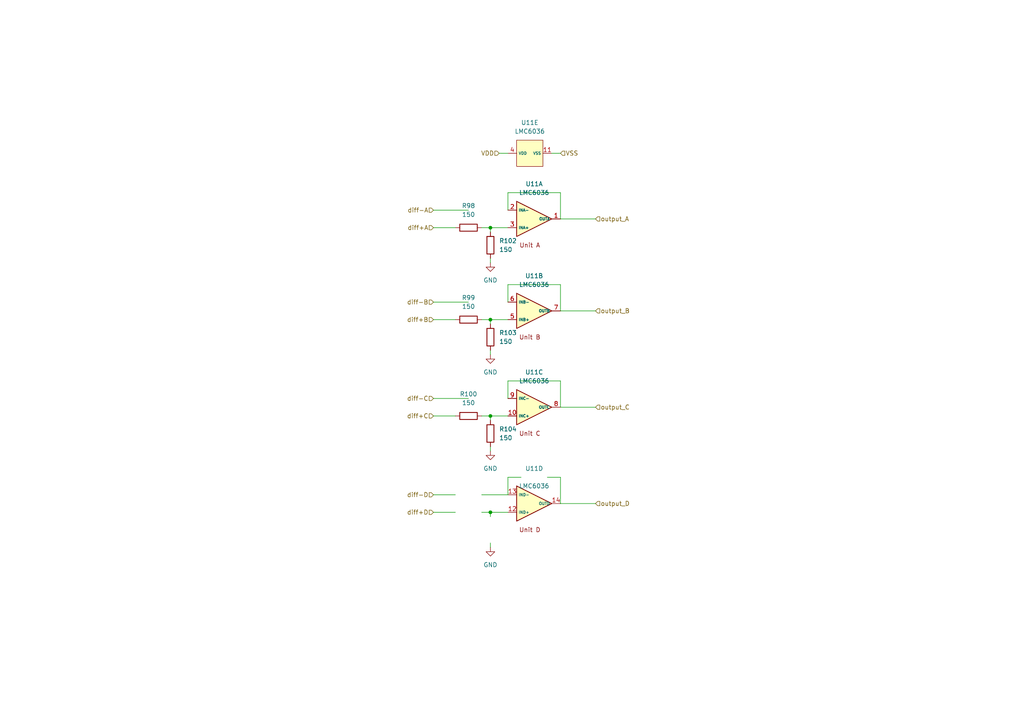
<source format=kicad_sch>
(kicad_sch (version 20211123) (generator eeschema)
  (paper "A4")
  (lib_symbols
    (symbol "Device:R" (pin_numbers hide) (pin_names (offset 0))
      (property "Reference" "R" (at 2.032 0 90))
      (property "Value" "R" (at 0 0 90))
      (symbol "R_0_1"
        (rectangle (start -1.016 -2.54) (end 1.016 2.54) (stroke (width 0.254)))
      )
      (symbol "R_1_1"
        (pin passive line (at 0 3.81 270) (length 1.27) (name "~") (number "1"))
        (pin passive line (at 0 -3.81 90) (length 1.27) (name "~") (number "2"))
      )
    )
    (symbol "LMC6036_custom:LMC6036"
      (property "Reference" "U" (at 1.905 0 0))
      (property "Value" "LMC6036" (at -11.43 0 0))
      (symbol "LMC6036_1_1"
        (polyline (pts (xy -3.81 5.08) (xy 6.35 0) (xy -3.81 -5.08) (xy -3.81 5.08)) (stroke (width 0.254)) (fill (type background)))
        (text "Unit A" (at 0 -7.62 0) (effects (font (size 1.27 1.27))))
        (pin output line (at 8.89 0 180) (length 2.54) (name "OUTA") (number "1"))
        (pin input line (at -6.35 2.54 0) (length 2.54) (name "INA-") (number "2"))
        (pin input line (at -6.35 -2.54 0) (length 2.54) (name "INA+") (number "3"))
      )
      (symbol "LMC6036_2_1"
        (polyline (pts (xy -3.81 5.08) (xy 6.35 0) (xy -3.81 -5.08) (xy -3.81 5.08)) (stroke (width 0.254)) (fill (type background)))
        (text "Unit B" (at 0 -7.62 0) (effects (font (size 1.27 1.27))))
        (pin input line (at -6.35 -2.54 0) (length 2.54) (name "INB+") (number "5"))
        (pin input line (at -6.35 2.54 0) (length 2.54) (name "INB-") (number "6"))
        (pin output line (at 8.89 0 180) (length 2.54) (name "OUTB") (number "7"))
      )
      (symbol "LMC6036_3_1"
        (polyline (pts (xy -3.81 5.08) (xy 6.35 0) (xy -3.81 -5.08) (xy -3.81 5.08)) (stroke (width 0.254)) (fill (type background)))
        (text "Unit C" (at 0 -7.62 0) (effects (font (size 1.27 1.27))))
        (pin input line (at -6.35 -2.54 0) (length 2.54) (name "INC+") (number "10"))
        (pin output line (at 8.89 0 180) (length 2.54) (name "OUTC") (number "8"))
        (pin input line (at -6.35 2.54 0) (length 2.54) (name "INC-") (number "9"))
      )
      (symbol "LMC6036_4_1"
        (polyline (pts (xy -3.81 5.08) (xy 6.35 0) (xy -3.81 -5.08) (xy -3.81 5.08)) (stroke (width 0.254)) (fill (type background)))
        (text "Unit D" (at 0 -7.62 0) (effects (font (size 1.27 1.27))))
        (pin input line (at -6.35 -2.54 0) (length 2.54) (name "IND+") (number "12"))
        (pin input line (at -6.35 2.54 0) (length 2.54) (name "IND-") (number "13"))
        (pin output line (at 8.89 0 180) (length 2.54) (name "OUTD") (number "14"))
      )
      (symbol "LMC6036_5_1"
        (rectangle (start -3.81 3.81) (end 3.81 -3.81) (stroke (width 0.1524)) (fill (type background)))
        (pin power_in line (at 0 -6.35 90) (length 2.54) (name "VSS") (number "11"))
        (pin power_in line (at 0 6.35 270) (length 2.54) (name "VDD") (number "4"))
      )
    )
    (symbol "power:GND" (power) (pin_names (offset 0))
      (property "Value" "GND" (at 0 -3.81 0))
      (symbol "GND_0_1"
        (polyline (pts (xy 0 0) (xy 0 -1.27) (xy 1.27 -1.27) (xy 0 -2.54) (xy -1.27 -1.27) (xy 0 -1.27)))
      )
      (symbol "GND_1_1"
        (pin power_in line (at 0 0 270) (length 0) hide (name "GND") (number "1"))
      )
    )
  )
  (junction (at 142.24 92.71))
  (junction (at 142.24 66.04))
  (junction (at 142.24 148.59))
  (junction (at 142.24 120.65))
  (wire (pts (xy 142.24 74.93) (xy 142.24 76.2)))
  (wire (pts (xy 160.02 44.45) (xy 162.56 44.45)))
  (wire (pts (xy 142.24 120.65) (xy 142.24 121.92)))
  (wire (pts (xy 139.7 120.65) (xy 142.24 120.65)))
  (wire (pts (xy 147.32 110.49) (xy 162.56 110.49)))
  (wire (pts (xy 125.73 66.04) (xy 132.08 66.04)))
  (wire (pts (xy 147.32 55.88) (xy 162.56 55.88)))
  (wire (pts (xy 162.56 55.88) (xy 162.56 63.5)))
  (wire (pts (xy 125.73 115.57) (xy 135.89 115.57)))
  (wire (pts (xy 147.32 55.88) (xy 147.32 60.96)))
  (wire (pts (xy 139.7 66.04) (xy 142.24 66.04)))
  (wire (pts (xy 147.32 138.43) (xy 151.13 138.43)))
  (wire (pts (xy 142.24 92.71) (xy 147.32 92.71)))
  (wire (pts (xy 147.32 82.55) (xy 162.56 82.55)))
  (wire (pts (xy 162.56 82.55) (xy 162.56 90.17)))
  (wire (pts (xy 125.73 60.96) (xy 135.89 60.96)))
  (wire (pts (xy 142.24 66.04) (xy 142.24 67.31)))
  (wire (pts (xy 162.56 118.11) (xy 172.72 118.11)))
  (wire (pts (xy 162.56 138.43) (xy 162.56 146.05)))
  (wire (pts (xy 142.24 66.04) (xy 147.32 66.04)))
  (wire (pts (xy 142.24 148.59) (xy 147.32 148.59)))
  (wire (pts (xy 147.32 82.55) (xy 147.32 87.63)))
  (wire (pts (xy 158.75 138.43) (xy 162.56 138.43)))
  (wire (pts (xy 147.32 110.49) (xy 147.32 115.57)))
  (wire (pts (xy 142.24 148.59) (xy 142.24 149.86)))
  (wire (pts (xy 162.56 63.5) (xy 172.72 63.5)))
  (wire (pts (xy 125.73 148.59) (xy 132.08 148.59)))
  (wire (pts (xy 125.73 92.71) (xy 132.08 92.71)))
  (wire (pts (xy 162.56 90.17) (xy 172.72 90.17)))
  (wire (pts (xy 147.32 138.43) (xy 147.32 143.51)))
  (wire (pts (xy 142.24 120.65) (xy 147.32 120.65)))
  (wire (pts (xy 144.78 44.45) (xy 147.32 44.45)))
  (wire (pts (xy 139.7 143.51) (xy 147.32 143.51)))
  (wire (pts (xy 142.24 92.71) (xy 142.24 93.98)))
  (wire (pts (xy 139.7 148.59) (xy 142.24 148.59)))
  (wire (pts (xy 139.7 92.71) (xy 142.24 92.71)))
  (wire (pts (xy 142.24 101.6) (xy 142.24 102.87)))
  (wire (pts (xy 162.56 146.05) (xy 172.72 146.05)))
  (wire (pts (xy 125.73 120.65) (xy 132.08 120.65)))
  (wire (pts (xy 125.73 143.51) (xy 132.08 143.51)))
  (wire (pts (xy 142.24 129.54) (xy 142.24 130.81)))
  (wire (pts (xy 125.73 87.63) (xy 135.89 87.63)))
  (wire (pts (xy 162.56 110.49) (xy 162.56 118.11)))
  (wire (pts (xy 142.24 157.48) (xy 142.24 158.75)))
  (hierarchical_label "VDD" (shape input) (at 144.78 44.45 180))
  (hierarchical_label "diff+C" (shape input) (at 125.73 120.65 180))
  (hierarchical_label "VSS" (shape input) (at 162.56 44.45 0))
  (hierarchical_label "output_B" (shape input) (at 172.72 90.17 0))
  (hierarchical_label "diff-C" (shape input) (at 125.73 115.57 180))
  (hierarchical_label "diff+A" (shape input) (at 125.73 66.04 180))
  (hierarchical_label "diff-B" (shape input) (at 125.73 87.63 180))
  (hierarchical_label "output_C" (shape input) (at 172.72 118.11 0))
  (hierarchical_label "diff-D" (shape input) (at 125.73 143.51 180))
  (hierarchical_label "diff+D" (shape input) (at 125.73 148.59 180))
  (hierarchical_label "diff+B" (shape input) (at 125.73 92.71 180))
  (hierarchical_label "diff-A" (shape input) (at 125.73 60.96 180))
  (hierarchical_label "output_A" (shape input) (at 172.72 63.5 0))
  (hierarchical_label "output_D" (shape input) (at 172.72 146.05 0))
  (symbol (lib_id "power:GND") (at 142.24 158.75 0) (unit 1)
    (property "Reference" "#PWR0134" (effects hide))
    (property "Value" "GND" (at 142.24 163.83 0))
  )
  (symbol (lib_id "Device:R") (at 142.24 97.79 0) (unit 1)
    (property "Reference" "R103" (at 144.78 96.5199 0) (effects (justify left)))
    (property "Value" "150" (at 144.78 99.0599 0) (effects (justify left)))
    (property "Footprint" "Resistor_SMD:R_0603_1608Metric" (effects hide))
  )
  (symbol (lib_id "power:GND") (at 142.24 76.2 0) (unit 1)
    (property "Reference" "#PWR0131" (effects hide))
    (property "Value" "GND" (at 142.24 81.28 0))
  )
  (symbol (lib_id "Device:R") (at 135.89 92.71 270) (unit 1)
    (property "Reference" "R99" (at 135.89 86.36 90))
    (property "Value" "150" (at 135.89 88.9 90))
    (property "Footprint" "Resistor_SMD:R_0603_1608Metric" (effects hide))
  )
  (symbol (lib_id "LMC6036_custom:LMC6036") (at 153.67 146.05 0) (unit 4)
    (property "Reference" "U11" (at 154.94 135.89 0))
    (property "Value" "LMC6036" (at 154.94 140.97 0))
    (property "Footprint" "LMC6036:SOP65P640X120-14N" (effects hide))
  )
  (symbol (lib_id "Device:R") (at 135.89 120.65 270) (unit 1)
    (property "Reference" "R100" (at 135.89 114.3 90))
    (property "Value" "150" (at 135.89 116.84 90))
    (property "Footprint" "Resistor_SMD:R_0603_1608Metric" (effects hide))
  )
  (symbol (lib_id "LMC6036_custom:LMC6036") (at 153.67 63.5 0) (unit 1)
    (property "Reference" "U11" (at 154.94 53.34 0))
    (property "Value" "LMC6036" (at 154.94 55.88 0))
    (property "Footprint" "LMC6036:SOP65P640X120-14N" (effects hide))
  )
  (symbol (lib_id "power:GND") (at 142.24 130.81 0) (unit 1)
    (property "Reference" "#PWR0133" (effects hide))
    (property "Value" "GND" (at 142.24 135.89 0))
  )
  (symbol (lib_id "Device:R") (at 135.89 66.04 270) (unit 1)
    (property "Reference" "R98" (at 135.89 59.69 90))
    (property "Value" "150" (at 135.89 62.23 90))
    (property "Footprint" "Resistor_SMD:R_0603_1608Metric" (effects hide))
  )
  (symbol (lib_id "power:GND") (at 142.24 102.87 0) (unit 1)
    (property "Reference" "#PWR0132" (effects hide))
    (property "Value" "GND" (at 142.24 107.95 0))
  )
  (symbol (lib_id "LMC6036_custom:LMC6036") (at 153.67 90.17 0) (unit 2)
    (property "Reference" "U11" (at 154.94 80.01 0))
    (property "Value" "LMC6036" (at 154.94 82.55 0))
    (property "Footprint" "LMC6036:SOP65P640X120-14N" (effects hide))
  )
  (symbol (lib_id "LMC6036_custom:LMC6036") (at 153.67 44.45 90) (unit 5)
    (property "Reference" "U11" (at 153.67 35.56 90))
    (property "Value" "LMC6036" (at 153.67 38.1 90))
    (property "Footprint" "LMC6036:SOP65P640X120-14N" (effects hide))
  )
  (symbol (lib_id "Device:R") (at 142.24 125.73 0) (unit 1)
    (property "Reference" "R104" (at 144.78 124.4599 0) (effects (justify left)))
    (property "Value" "150" (at 144.78 126.9999 0) (effects (justify left)))
    (property "Footprint" "Resistor_SMD:R_0603_1608Metric" (effects hide))
  )
  (symbol (lib_id "LMC6036_custom:LMC6036") (at 153.67 118.11 0) (unit 3)
    (property "Reference" "U11" (at 154.94 107.95 0))
    (property "Value" "LMC6036" (at 154.94 110.49 0))
    (property "Footprint" "LMC6036:SOP65P640X120-14N" (effects hide))
  )
  (symbol (lib_id "Device:R") (at 142.24 71.12 0) (unit 1)
    (property "Reference" "R102" (at 144.78 69.8499 0) (effects (justify left)))
    (property "Value" "150" (at 144.78 72.3899 0) (effects (justify left)))
    (property "Footprint" "Resistor_SMD:R_0603_1608Metric" (effects hide))
  )
)
</source>
